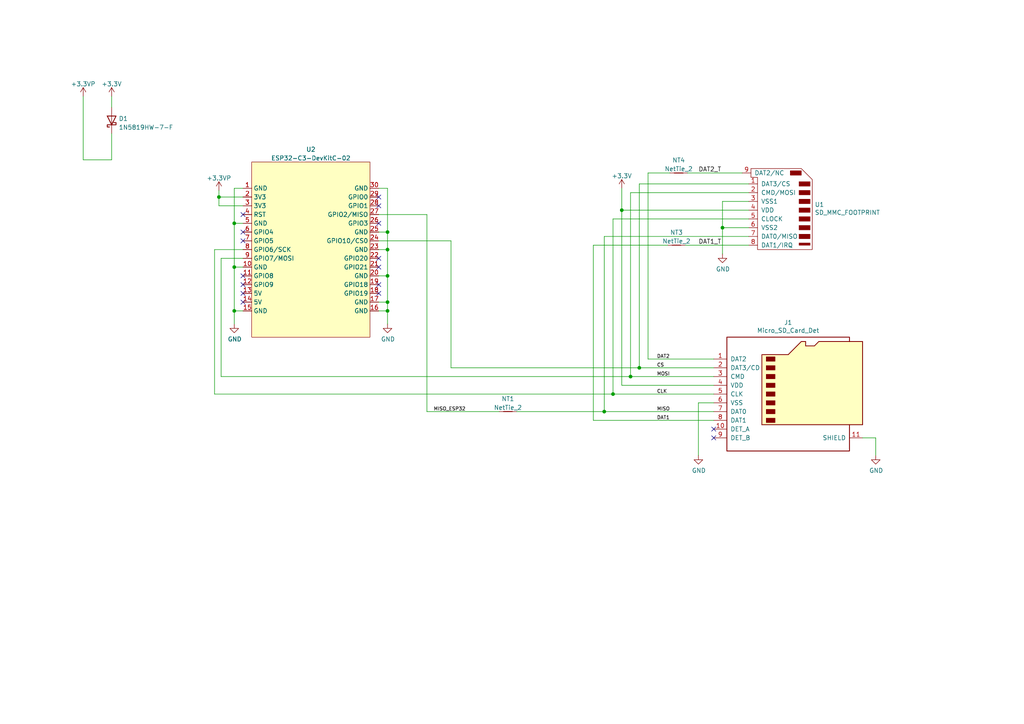
<source format=kicad_sch>
(kicad_sch (version 20211123) (generator eeschema)
  (paper "A4")
  (lib_symbols
    (symbol "Connector:Micro_SD_Card_Det" (pin_names (offset 1.016))
      (property "Reference" "J" (at -16.51 17.78 0))
      (property "Value" "Micro_SD_Card_Det" (at 16.51 17.78 0))
      (symbol "Micro_SD_Card_Det_0_1"
        (rectangle (start -7.62 -6.985) (end -5.08 -8.255) (fill (type outline)))
        (rectangle (start -7.62 -4.445) (end -5.08 -5.715) (fill (type outline)))
        (rectangle (start -7.62 -1.905) (end -5.08 -3.175) (fill (type outline)))
        (rectangle (start -7.62 0.635) (end -5.08 -0.635) (fill (type outline)))
        (rectangle (start -7.62 3.175) (end -5.08 1.905) (fill (type outline)))
        (rectangle (start -7.62 5.715) (end -5.08 4.445) (fill (type outline)))
        (rectangle (start -7.62 8.255) (end -5.08 6.985) (fill (type outline)))
        (rectangle (start -7.62 10.795) (end -5.08 9.525) (fill (type outline)))
        (polyline (pts (xy 16.51 15.24) (xy 16.51 16.51) (xy -19.05 16.51) (xy -19.05 -16.51) (xy 16.51 -16.51) (xy 16.51 -8.89)) (stroke (width 0.254)))
        (polyline (pts (xy -8.89 -8.89) (xy -8.89 11.43) (xy -1.27 11.43) (xy 2.54 15.24) (xy 3.81 15.24) (xy 3.81 13.97) (xy 6.35 13.97) (xy 7.62 15.24) (xy 20.32 15.24) (xy 20.32 -8.89) (xy -8.89 -8.89)) (stroke (width 0.254)) (fill (type background)))
      )
      (symbol "Micro_SD_Card_Det_1_1"
        (pin bidirectional line (at -22.86 10.16 0) (length 3.81) (name "DAT2") (number "1"))
        (pin passive line (at -22.86 -10.16 0) (length 3.81) (name "DET_A") (number "10"))
        (pin passive line (at 20.32 -12.7 180) (length 3.81) (name "SHIELD") (number "11"))
        (pin bidirectional line (at -22.86 7.62 0) (length 3.81) (name "DAT3/CD") (number "2"))
        (pin input line (at -22.86 5.08 0) (length 3.81) (name "CMD") (number "3"))
        (pin power_in line (at -22.86 2.54 0) (length 3.81) (name "VDD") (number "4"))
        (pin input line (at -22.86 0 0) (length 3.81) (name "CLK") (number "5"))
        (pin power_in line (at -22.86 -2.54 0) (length 3.81) (name "VSS") (number "6"))
        (pin bidirectional line (at -22.86 -5.08 0) (length 3.81) (name "DAT0") (number "7"))
        (pin bidirectional line (at -22.86 -7.62 0) (length 3.81) (name "DAT1") (number "8"))
        (pin passive line (at -22.86 -12.7 0) (length 3.81) (name "DET_B") (number "9"))
      )
    )
    (symbol "Device:NetTie_2" (pin_numbers hide) (pin_names (offset 0) hide)
      (property "Reference" "NT" (at 0 1.27 0))
      (property "Value" "NetTie_2" (at 0 -1.27 0))
      (symbol "NetTie_2_0_1"
        (polyline (pts (xy -1.27 0) (xy 1.27 0)) (stroke (width 0.254)))
      )
      (symbol "NetTie_2_1_1"
        (pin passive line (at -2.54 0 0) (length 2.54) (name "1") (number "1"))
        (pin passive line (at 2.54 0 180) (length 2.54) (name "2") (number "2"))
      )
    )
    (symbol "Diode:1N5818" (pin_numbers hide) (pin_names (offset 1.016) hide)
      (property "Reference" "D" (at 0 2.54 0))
      (property "Value" "1N5818" (at 0 -2.54 0))
      (symbol "1N5818_0_1"
        (polyline (pts (xy 1.27 0) (xy -1.27 0)))
        (polyline (pts (xy 1.27 1.27) (xy 1.27 -1.27) (xy -1.27 0) (xy 1.27 1.27)) (stroke (width 0.254)))
        (polyline (pts (xy -1.905 0.635) (xy -1.905 1.27) (xy -1.27 1.27) (xy -1.27 -1.27) (xy -0.635 -1.27) (xy -0.635 -0.635)) (stroke (width 0.254)))
      )
      (symbol "1N5818_1_1"
        (pin passive line (at -3.81 0 0) (length 2.54) (name "K") (number "1"))
        (pin passive line (at 3.81 0 180) (length 2.54) (name "A") (number "2"))
      )
    )
    (symbol "power:+3.3V" (power) (pin_names (offset 0))
      (property "Value" "+3.3V" (at 0 3.556 0))
      (symbol "+3.3V_0_1"
        (polyline (pts (xy -0.762 1.27) (xy 0 2.54)))
        (polyline (pts (xy 0 0) (xy 0 2.54)))
        (polyline (pts (xy 0 2.54) (xy 0.762 1.27)))
      )
      (symbol "+3.3V_1_1"
        (pin power_in line (at 0 0 90) (length 0) hide (name "+3.3V") (number "1"))
      )
    )
    (symbol "power:+3.3VP" (power) (pin_names (offset 0))
      (property "Value" "+3.3VP" (at 0 2.54 0))
      (symbol "+3.3VP_0_0"
        (pin power_in line (at 0 0 90) (length 0) hide (name "+3.3VP") (number "1"))
      )
      (symbol "+3.3VP_0_1"
        (polyline (pts (xy -0.762 1.27) (xy 0 2.54)))
        (polyline (pts (xy 0 0) (xy 0 2.54)))
        (polyline (pts (xy 0 2.54) (xy 0.762 1.27)))
      )
    )
    (symbol "power:GND" (power) (pin_names (offset 0))
      (property "Value" "GND" (at 0 -3.81 0))
      (symbol "GND_0_1"
        (polyline (pts (xy 0 0) (xy 0 -1.27) (xy 1.27 -1.27) (xy 0 -2.54) (xy -1.27 -1.27) (xy 0 -1.27)))
      )
      (symbol "GND_1_1"
        (pin power_in line (at 0 0 270) (length 0) hide (name "GND") (number "1"))
      )
    )
    (symbol "systems:ESP32-C3-DevKitC-02"
      (property "Reference" "U" (at -17.78 -26.67 0))
      (property "Value" "ESP32-C3-DevKitC-02" (at -17.78 26.67 0))
      (symbol "ESP32-C3-DevKitC-02_0_1"
        (rectangle (start -17.78 25.4) (end 16.51 -25.4) (stroke (width 0.1524)) (fill (type background)))
      )
      (symbol "ESP32-C3-DevKitC-02_1_1"
        (pin power_in line (at -20.32 17.78 0) (length 2.54) (name "GND") (number "1"))
        (pin power_in line (at -20.32 -5.08 0) (length 2.54) (name "GND") (number "10"))
        (pin bidirectional line (at -20.32 -7.62 0) (length 2.54) (name "GPIO8") (number "11"))
        (pin bidirectional line (at -20.32 -10.16 0) (length 2.54) (name "GPIO9") (number "12"))
        (pin power_in line (at -20.32 -12.7 0) (length 2.54) (name "5V") (number "13"))
        (pin power_in line (at -20.32 -15.24 0) (length 2.54) (name "5V") (number "14"))
        (pin power_in line (at -20.32 -17.78 0) (length 2.54) (name "GND") (number "15"))
        (pin power_in line (at 19.05 -17.78 180) (length 2.54) (name "GND") (number "16"))
        (pin power_in line (at 19.05 -15.24 180) (length 2.54) (name "GND") (number "17"))
        (pin bidirectional line (at 19.05 -12.7 180) (length 2.54) (name "GPIO19") (number "18"))
        (pin bidirectional line (at 19.05 -10.16 180) (length 2.54) (name "GPIO18") (number "19"))
        (pin power_in line (at -20.32 15.24 0) (length 2.54) (name "3V3") (number "2"))
        (pin power_in line (at 19.05 -7.62 180) (length 2.54) (name "GND") (number "20"))
        (pin bidirectional line (at 19.05 -5.08 180) (length 2.54) (name "GPIO21") (number "21"))
        (pin bidirectional line (at 19.05 -2.54 180) (length 2.54) (name "GPIO20") (number "22"))
        (pin power_in line (at 19.05 0 180) (length 2.54) (name "GND") (number "23"))
        (pin bidirectional line (at 19.05 2.54 180) (length 2.54) (name "GPIO10/CS0") (number "24"))
        (pin power_in line (at 19.05 5.08 180) (length 2.54) (name "GND") (number "25"))
        (pin bidirectional line (at 19.05 7.62 180) (length 2.54) (name "GPIO3") (number "26"))
        (pin bidirectional line (at 19.05 10.16 180) (length 2.54) (name "GPIO2/MISO") (number "27"))
        (pin bidirectional line (at 19.05 12.7 180) (length 2.54) (name "GPIO1") (number "28"))
        (pin bidirectional line (at 19.05 15.24 180) (length 2.54) (name "GPIO0") (number "29"))
        (pin power_in line (at -20.32 12.7 0) (length 2.54) (name "3V3") (number "3"))
        (pin power_in line (at 19.05 17.78 180) (length 2.54) (name "GND") (number "30"))
        (pin bidirectional line (at -20.32 10.16 0) (length 2.54) (name "RST") (number "4"))
        (pin power_in line (at -20.32 7.62 0) (length 2.54) (name "GND") (number "5"))
        (pin bidirectional line (at -20.32 5.08 0) (length 2.54) (name "GPIO4") (number "6"))
        (pin bidirectional line (at -20.32 2.54 0) (length 2.54) (name "GPIO5") (number "7"))
        (pin bidirectional line (at -20.32 0 0) (length 2.54) (name "GPIO6/SCK") (number "8"))
        (pin bidirectional line (at -20.32 -2.54 0) (length 2.54) (name "GPIO7/MOSI") (number "9"))
      )
    )
    (symbol "systems:SD_MMC_FOOTPRINT" (pin_names (offset 1.016))
      (property "Reference" "U" (at 11.43 -12.7 0))
      (property "Value" "SD_MMC_FOOTPRINT" (at 5.715 13.97 0))
      (symbol "SD_MMC_FOOTPRINT_0_1"
        (polyline (pts (xy -1.905 12.065) (xy -1.905 9.525) (xy 0 9.525) (xy 0 -11.43) (xy 15.875 -11.43) (xy 15.875 8.89) (xy 12.7 12.065) (xy -1.905 12.065)))
        (rectangle (start 9.525 11.43) (end 12.7 10.16) (fill (type outline)))
        (rectangle (start 12.065 -9.525) (end 15.24 -10.16) (fill (type outline)))
        (rectangle (start 12.065 -6.985) (end 15.24 -8.255) (fill (type outline)))
        (rectangle (start 12.065 -4.445) (end 15.24 -5.715) (fill (type outline)))
        (rectangle (start 12.065 -1.905) (end 15.24 -3.175) (fill (type outline)))
        (rectangle (start 12.065 0.635) (end 15.24 -0.635) (fill (type outline)))
        (rectangle (start 12.065 3.175) (end 15.24 1.905) (fill (type outline)))
        (rectangle (start 12.065 5.715) (end 15.24 4.445) (fill (type outline)))
        (rectangle (start 12.065 8.255) (end 15.24 6.985) (fill (type outline)))
      )
      (symbol "SD_MMC_FOOTPRINT_1_1"
        (pin bidirectional line (at -2.54 7.62 0) (length 2.54) (name "DAT3/CS") (number "1"))
        (pin input line (at -2.54 5.08 0) (length 2.54) (name "CMD/MOSI") (number "2"))
        (pin power_out line (at -2.54 2.54 0) (length 2.54) (name "VSS1") (number "3"))
        (pin power_out line (at -2.54 0 0) (length 2.54) (name "VDD") (number "4"))
        (pin output line (at -2.54 -2.54 0) (length 2.54) (name "CLOCK") (number "5"))
        (pin output line (at -2.54 -5.08 0) (length 2.54) (name "VSS2") (number "6"))
        (pin output line (at -2.54 -7.62 0) (length 2.54) (name "DAT0/MISO") (number "7"))
        (pin output line (at -2.54 -10.16 0) (length 2.54) (name "DAT1/IRQ") (number "8"))
        (pin output line (at -4.445 10.795 0) (length 2.54) (name "DAT2/NC") (number "9"))
      )
    )
  )
  (junction (at 175.26 119.38))
  (junction (at 67.945 77.47))
  (junction (at 177.8 114.3))
  (junction (at 67.945 90.17))
  (junction (at 112.395 90.17))
  (junction (at 112.395 72.39))
  (junction (at 180.34 60.96))
  (junction (at 182.88 109.22))
  (junction (at 112.395 80.01))
  (junction (at 112.395 87.63))
  (junction (at 209.55 66.04))
  (junction (at 63.5 57.15))
  (junction (at 112.395 67.31))
  (junction (at 185.42 106.68))
  (junction (at 67.945 64.77))
  (no_connect (at 207.01 127))
  (no_connect (at 207.01 124.46))
  (no_connect (at 109.855 85.09))
  (no_connect (at 109.855 82.55))
  (no_connect (at 109.855 77.47))
  (no_connect (at 109.855 74.93))
  (no_connect (at 70.485 62.23))
  (no_connect (at 70.485 67.31))
  (no_connect (at 109.855 64.77))
  (no_connect (at 109.855 59.69))
  (no_connect (at 109.855 57.15))
  (no_connect (at 70.485 69.85))
  (no_connect (at 70.485 80.01))
  (no_connect (at 70.485 82.55))
  (no_connect (at 70.485 85.09))
  (no_connect (at 70.485 87.63))
  (wire (pts (xy 202.565 116.84) (xy 207.01 116.84)))
  (wire (pts (xy 32.385 27.94) (xy 32.385 31.115)))
  (wire (pts (xy 112.395 67.31) (xy 112.395 54.61)))
  (wire (pts (xy 180.34 54.61) (xy 180.34 60.96)))
  (wire (pts (xy 112.395 72.39) (xy 112.395 80.01)))
  (wire (pts (xy 217.17 55.88) (xy 182.88 55.88)))
  (wire (pts (xy 70.485 74.93) (xy 64.135 74.93)))
  (wire (pts (xy 64.135 74.93) (xy 64.135 109.22)))
  (wire (pts (xy 180.34 111.76) (xy 207.01 111.76)))
  (wire (pts (xy 217.17 71.12) (xy 198.755 71.12)))
  (wire (pts (xy 215.265 50.165) (xy 199.39 50.165)))
  (wire (pts (xy 217.17 53.34) (xy 185.42 53.34)))
  (wire (pts (xy 67.945 64.77) (xy 70.485 64.77)))
  (wire (pts (xy 217.17 63.5) (xy 177.8 63.5)))
  (wire (pts (xy 109.855 87.63) (xy 112.395 87.63)))
  (wire (pts (xy 185.42 106.68) (xy 130.81 106.68)))
  (wire (pts (xy 175.26 119.38) (xy 149.86 119.38)))
  (wire (pts (xy 182.88 109.22) (xy 207.01 109.22)))
  (wire (pts (xy 112.395 80.01) (xy 112.395 87.63)))
  (wire (pts (xy 24.13 27.94) (xy 24.13 46.355)))
  (wire (pts (xy 32.385 38.735) (xy 32.385 46.355)))
  (wire (pts (xy 64.135 109.22) (xy 182.88 109.22)))
  (wire (pts (xy 187.96 104.14) (xy 207.01 104.14)))
  (wire (pts (xy 70.485 72.39) (xy 62.23 72.39)))
  (wire (pts (xy 109.855 62.23) (xy 123.825 62.23)))
  (wire (pts (xy 112.395 67.31) (xy 112.395 72.39)))
  (wire (pts (xy 217.17 68.58) (xy 175.26 68.58)))
  (wire (pts (xy 123.825 62.23) (xy 123.825 119.38)))
  (wire (pts (xy 67.945 77.47) (xy 70.485 77.47)))
  (wire (pts (xy 202.565 116.84) (xy 202.565 132.08)))
  (wire (pts (xy 70.485 54.61) (xy 67.945 54.61)))
  (wire (pts (xy 109.855 67.31) (xy 112.395 67.31)))
  (wire (pts (xy 63.5 57.15) (xy 70.485 57.15)))
  (wire (pts (xy 67.945 90.17) (xy 70.485 90.17)))
  (wire (pts (xy 185.42 106.68) (xy 207.01 106.68)))
  (wire (pts (xy 172.085 71.12) (xy 172.085 121.92)))
  (wire (pts (xy 63.5 55.245) (xy 63.5 57.15)))
  (wire (pts (xy 254 132.08) (xy 254 127)))
  (wire (pts (xy 193.675 71.12) (xy 172.085 71.12)))
  (wire (pts (xy 109.855 90.17) (xy 112.395 90.17)))
  (wire (pts (xy 67.945 64.77) (xy 67.945 77.47)))
  (wire (pts (xy 109.855 69.85) (xy 130.81 69.85)))
  (wire (pts (xy 130.81 69.85) (xy 130.81 106.68)))
  (wire (pts (xy 185.42 53.34) (xy 185.42 106.68)))
  (wire (pts (xy 62.23 72.39) (xy 62.23 114.3)))
  (wire (pts (xy 209.55 73.66) (xy 209.55 66.04)))
  (wire (pts (xy 217.17 60.96) (xy 180.34 60.96)))
  (wire (pts (xy 144.78 119.38) (xy 123.825 119.38)))
  (wire (pts (xy 180.34 60.96) (xy 180.34 111.76)))
  (wire (pts (xy 182.88 55.88) (xy 182.88 109.22)))
  (wire (pts (xy 112.395 54.61) (xy 109.855 54.61)))
  (wire (pts (xy 172.085 121.92) (xy 207.01 121.92)))
  (wire (pts (xy 175.26 119.38) (xy 207.01 119.38)))
  (wire (pts (xy 209.55 58.42) (xy 209.55 66.04)))
  (wire (pts (xy 254 127) (xy 250.19 127)))
  (wire (pts (xy 217.17 58.42) (xy 209.55 58.42)))
  (wire (pts (xy 67.945 54.61) (xy 67.945 64.77)))
  (wire (pts (xy 112.395 90.17) (xy 112.395 93.98)))
  (wire (pts (xy 24.13 46.355) (xy 32.385 46.355)))
  (wire (pts (xy 209.55 66.04) (xy 217.17 66.04)))
  (wire (pts (xy 63.5 59.69) (xy 63.5 57.15)))
  (wire (pts (xy 194.31 50.165) (xy 187.96 50.165)))
  (wire (pts (xy 70.485 59.69) (xy 63.5 59.69)))
  (wire (pts (xy 67.945 93.98) (xy 67.945 90.17)))
  (wire (pts (xy 175.26 68.58) (xy 175.26 119.38)))
  (wire (pts (xy 109.855 72.39) (xy 112.395 72.39)))
  (wire (pts (xy 109.855 80.01) (xy 112.395 80.01)))
  (wire (pts (xy 177.8 63.5) (xy 177.8 114.3)))
  (wire (pts (xy 187.96 50.165) (xy 187.96 104.14)))
  (wire (pts (xy 62.23 114.3) (xy 177.8 114.3)))
  (wire (pts (xy 112.395 87.63) (xy 112.395 90.17)))
  (wire (pts (xy 67.945 77.47) (xy 67.945 90.17)))
  (wire (pts (xy 177.8 114.3) (xy 207.01 114.3)))
  (label "DAT2_T" (at 202.565 50.165 0))
  (label "DAT1_T" (at 202.565 71.12 0))
  (label "CLK" (at 190.5 114.3 0) (effects (font (size 1 1))))
  (label "MISO" (at 190.5 119.38 0) (effects (font (size 1 1))))
  (label "DAT1" (at 190.5 121.92 0) (effects (font (size 1 1))))
  (label "CS" (at 190.5 106.68 0) (effects (font (size 1 1))))
  (label "MOSI" (at 190.5 109.22 0) (effects (font (size 1 1))))
  (label "DAT2" (at 190.5 104.14 0) (effects (font (size 1 1))))
  (label "MISO_ESP32" (at 125.73 119.38 0) (effects (font (size 1 1))))
  (symbol (lib_id "systems:SD_MMC_FOOTPRINT") (at 219.71 60.96 0) (unit 1)
    (property "Reference" "U1" (at 236.2962 59.3344 0) (effects (justify left)))
    (property "Value" "SD_MMC_FOOTPRINT" (at 236.2962 61.6458 0) (effects (justify left)))
    (property "Footprint" "Main:SD_MMC_CARD" (effects hide))
  )
  (symbol (lib_id "Connector:Micro_SD_Card_Det") (at 229.87 114.3 0) (unit 1)
    (property "Reference" "J1" (at 228.6 93.5482 0))
    (property "Value" "Micro_SD_Card_Det" (at 228.6 95.8596 0))
    (property "Footprint" "Connector_Card:microSD_HC_Molex_104031-0811" (effects hide))
    (property "Datasheet" "https://www.hirose.com/product/en/download_file/key_name/DM3/category/Catalog/doc_file_id/49662/?file_category_id=4&item_id=195&is_series=1" (effects hide))
    (property "MPN" "C585350" (effects hide))
  )
  (symbol (lib_id "power:GND") (at 254 132.08 0) (unit 1)
    (property "Reference" "#PWR0101" (effects hide))
    (property "Value" "GND" (at 254.127 136.4742 0))
  )
  (symbol (lib_id "power:GND") (at 209.55 73.66 0) (unit 1)
    (property "Reference" "#PWR0102" (effects hide))
    (property "Value" "GND" (at 209.677 78.0542 0))
  )
  (symbol (lib_id "power:GND") (at 202.565 132.08 0) (unit 1)
    (property "Reference" "#PWR0103" (effects hide))
    (property "Value" "GND" (at 202.692 136.4742 0))
  )
  (symbol (lib_id "Diode:1N5818") (at 32.385 34.925 90) (unit 1)
    (property "Reference" "D1" (at 34.417 34.4078 90) (effects (justify right)))
    (property "Value" "1N5819HW-7-F" (at 34.417 36.9447 90) (effects (justify right)))
    (property "Footprint" "Diode_SMD:D_SOD-123" (effects hide))
    (property "MPN" "C82544" (effects hide))
  )
  (symbol (lib_id "Device:NetTie_2") (at 196.215 71.12 0) (unit 1)
    (property "Reference" "NT3" (at 196.215 67.4202 0))
    (property "Value" "NetTie_2" (at 196.215 69.9571 0))
    (property "Footprint" "NetTie:NetTie-2_SMD_Pad0.5mm" (effects hide))
  )
  (symbol (lib_id "power:+3.3V") (at 32.385 27.94 0) (unit 1)
    (property "Reference" "#PWR02" (effects hide))
    (property "Value" "+3.3V" (at 32.385 24.3642 0))
  )
  (symbol (lib_id "power:GND") (at 67.945 93.98 0) (unit 1)
    (property "Reference" "#PWR03" (effects hide))
    (property "Value" "GND" (at 68.072 98.3742 0))
  )
  (symbol (lib_id "power:+3.3V") (at 180.34 54.61 0) (unit 1)
    (property "Reference" "#PWR07" (effects hide))
    (property "Value" "+3.3V" (at 180.34 51.0342 0))
  )
  (symbol (lib_id "power:GND") (at 112.395 93.98 0) (unit 1)
    (property "Reference" "#PWR?" (effects hide))
    (property "Value" "GND" (at 112.522 98.3742 0))
  )
  (symbol (lib_id "Device:NetTie_2") (at 196.85 50.165 0) (unit 1)
    (property "Reference" "NT4" (at 196.85 46.4652 0))
    (property "Value" "NetTie_2" (at 196.85 49.0021 0))
    (property "Footprint" "NetTie:NetTie-2_SMD_Pad0.5mm" (effects hide))
  )
  (symbol (lib_id "power:+3.3VP") (at 24.13 27.94 0) (unit 1)
    (property "Reference" "#PWR01" (effects hide))
    (property "Value" "+3.3VP" (at 24.13 24.3642 0))
  )
  (symbol (lib_id "Device:NetTie_2") (at 147.32 119.38 0) (unit 1)
    (property "Reference" "NT1" (at 147.32 115.6802 0))
    (property "Value" "NetTie_2" (at 147.32 118.2171 0))
    (property "Footprint" "NetTie:NetTie-2_SMD_Pad0.5mm" (effects hide))
  )
  (symbol (lib_id "systems:ESP32-C3-DevKitC-02") (at 90.805 72.39 0) (unit 1)
    (property "Reference" "U2" (at 90.17 43.341 0))
    (property "Value" "ESP32-C3-DevKitC-02" (at 90.17 45.8779 0))
    (property "Footprint" "Main:ESP32-C3-DevKitC-02" (effects hide))
  )
  (symbol (lib_id "power:+3.3VP") (at 63.5 55.245 0) (unit 1)
    (property "Reference" "#PWR04" (effects hide))
    (property "Value" "+3.3VP" (at 63.5 51.6692 0))
  )
)
</source>
